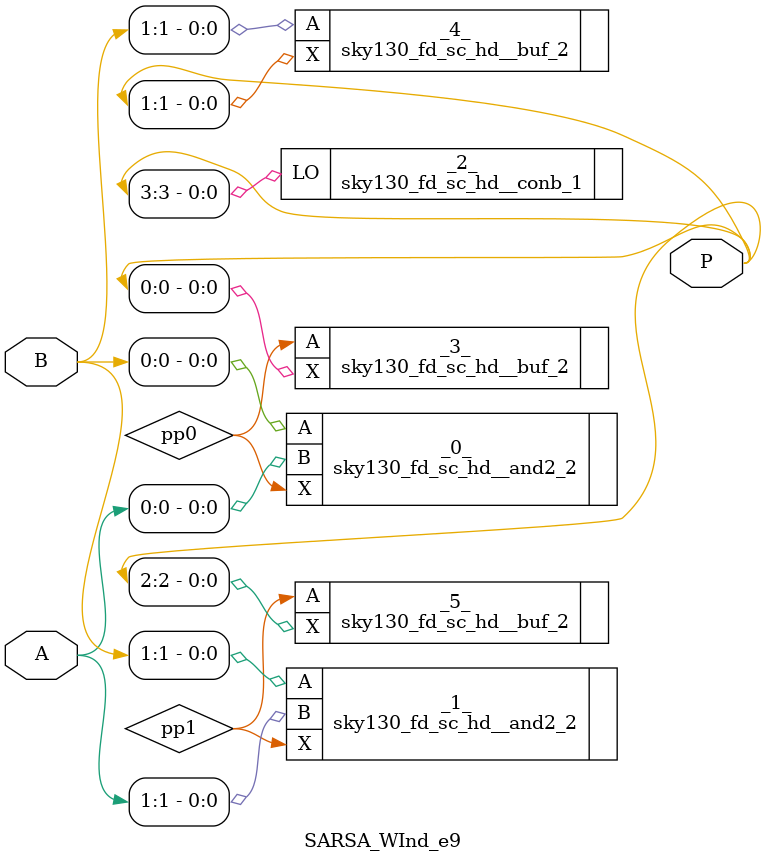
<source format=v>
/* Generated by Yosys 0.46 (git sha1 e97731b9dda91fa5fa53ed87df7c34163ba59a41, clang++ 17.0.6 -fPIC -O3) */

module SARSA_WInd_e9(A, B, P);
  input [1:0] A;
  wire [1:0] A;
  input [1:0] B;
  wire [1:0] B;
  output [3:0] P;
  wire [3:0] P;
  wire pp0;
  wire pp1;
  sky130_fd_sc_hd__and2_2 _0_ (
    .A(B[0]),
    .B(A[0]),
    .X(pp0)
  );
  sky130_fd_sc_hd__and2_2 _1_ (
    .A(B[1]),
    .B(A[1]),
    .X(pp1)
  );
  sky130_fd_sc_hd__conb_1 _2_ (
    .LO(P[3])
  );
  sky130_fd_sc_hd__buf_2 _3_ (
    .A(pp0),
    .X(P[0])
  );
  sky130_fd_sc_hd__buf_2 _4_ (
    .A(B[1]),
    .X(P[1])
  );
  sky130_fd_sc_hd__buf_2 _5_ (
    .A(pp1),
    .X(P[2])
  );
endmodule

</source>
